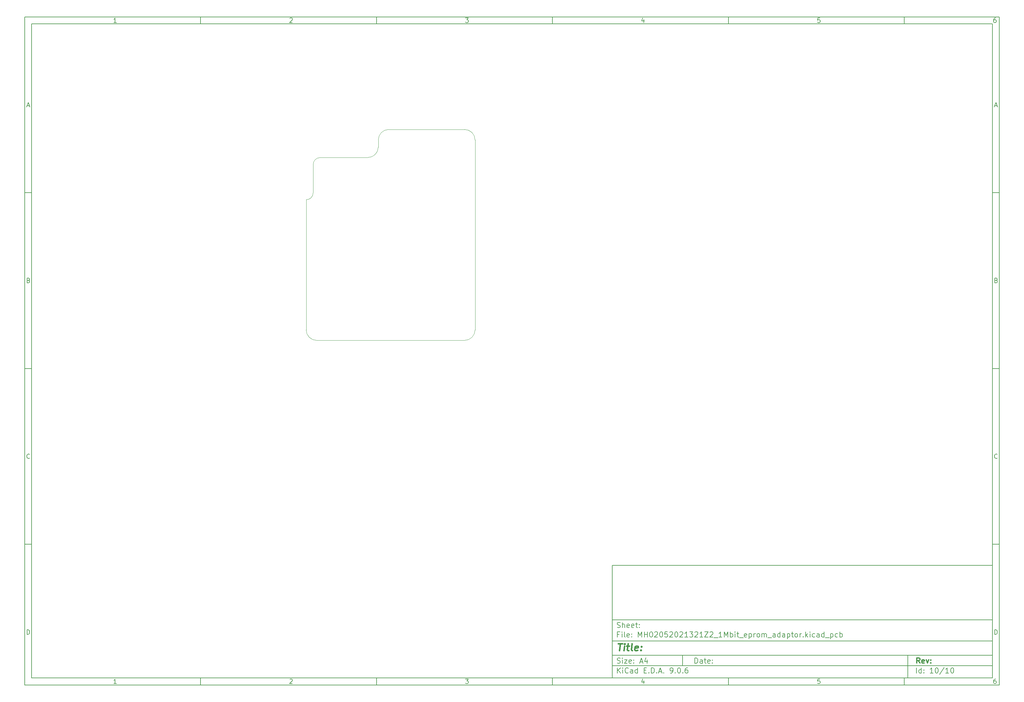
<source format=gbr>
%TF.GenerationSoftware,KiCad,Pcbnew,9.0.6*%
%TF.CreationDate,2026-01-11T11:31:53+09:00*%
%TF.ProjectId,MH02052021321Z2_1Mbit_eprom_adaptor,4d483032-3035-4323-9032-313332315a32,rev?*%
%TF.SameCoordinates,Original*%
%TF.FileFunction,Profile,NP*%
%FSLAX46Y46*%
G04 Gerber Fmt 4.6, Leading zero omitted, Abs format (unit mm)*
G04 Created by KiCad (PCBNEW 9.0.6) date 2026-01-11 11:31:53*
%MOMM*%
%LPD*%
G01*
G04 APERTURE LIST*
%ADD10C,0.100000*%
%ADD11C,0.150000*%
%ADD12C,0.300000*%
%ADD13C,0.400000*%
%TA.AperFunction,Profile*%
%ADD14C,0.050000*%
%TD*%
G04 APERTURE END LIST*
D10*
D11*
X177002200Y-166007200D02*
X285002200Y-166007200D01*
X285002200Y-198007200D01*
X177002200Y-198007200D01*
X177002200Y-166007200D01*
D10*
D11*
X10000000Y-10000000D02*
X287002200Y-10000000D01*
X287002200Y-200007200D01*
X10000000Y-200007200D01*
X10000000Y-10000000D01*
D10*
D11*
X12000000Y-12000000D02*
X285002200Y-12000000D01*
X285002200Y-198007200D01*
X12000000Y-198007200D01*
X12000000Y-12000000D01*
D10*
D11*
X60000000Y-12000000D02*
X60000000Y-10000000D01*
D10*
D11*
X110000000Y-12000000D02*
X110000000Y-10000000D01*
D10*
D11*
X160000000Y-12000000D02*
X160000000Y-10000000D01*
D10*
D11*
X210000000Y-12000000D02*
X210000000Y-10000000D01*
D10*
D11*
X260000000Y-12000000D02*
X260000000Y-10000000D01*
D10*
D11*
X36089160Y-11593604D02*
X35346303Y-11593604D01*
X35717731Y-11593604D02*
X35717731Y-10293604D01*
X35717731Y-10293604D02*
X35593922Y-10479319D01*
X35593922Y-10479319D02*
X35470112Y-10603128D01*
X35470112Y-10603128D02*
X35346303Y-10665033D01*
D10*
D11*
X85346303Y-10417414D02*
X85408207Y-10355509D01*
X85408207Y-10355509D02*
X85532017Y-10293604D01*
X85532017Y-10293604D02*
X85841541Y-10293604D01*
X85841541Y-10293604D02*
X85965350Y-10355509D01*
X85965350Y-10355509D02*
X86027255Y-10417414D01*
X86027255Y-10417414D02*
X86089160Y-10541223D01*
X86089160Y-10541223D02*
X86089160Y-10665033D01*
X86089160Y-10665033D02*
X86027255Y-10850747D01*
X86027255Y-10850747D02*
X85284398Y-11593604D01*
X85284398Y-11593604D02*
X86089160Y-11593604D01*
D10*
D11*
X135284398Y-10293604D02*
X136089160Y-10293604D01*
X136089160Y-10293604D02*
X135655826Y-10788842D01*
X135655826Y-10788842D02*
X135841541Y-10788842D01*
X135841541Y-10788842D02*
X135965350Y-10850747D01*
X135965350Y-10850747D02*
X136027255Y-10912652D01*
X136027255Y-10912652D02*
X136089160Y-11036461D01*
X136089160Y-11036461D02*
X136089160Y-11345985D01*
X136089160Y-11345985D02*
X136027255Y-11469795D01*
X136027255Y-11469795D02*
X135965350Y-11531700D01*
X135965350Y-11531700D02*
X135841541Y-11593604D01*
X135841541Y-11593604D02*
X135470112Y-11593604D01*
X135470112Y-11593604D02*
X135346303Y-11531700D01*
X135346303Y-11531700D02*
X135284398Y-11469795D01*
D10*
D11*
X185965350Y-10726938D02*
X185965350Y-11593604D01*
X185655826Y-10231700D02*
X185346303Y-11160271D01*
X185346303Y-11160271D02*
X186151064Y-11160271D01*
D10*
D11*
X236027255Y-10293604D02*
X235408207Y-10293604D01*
X235408207Y-10293604D02*
X235346303Y-10912652D01*
X235346303Y-10912652D02*
X235408207Y-10850747D01*
X235408207Y-10850747D02*
X235532017Y-10788842D01*
X235532017Y-10788842D02*
X235841541Y-10788842D01*
X235841541Y-10788842D02*
X235965350Y-10850747D01*
X235965350Y-10850747D02*
X236027255Y-10912652D01*
X236027255Y-10912652D02*
X236089160Y-11036461D01*
X236089160Y-11036461D02*
X236089160Y-11345985D01*
X236089160Y-11345985D02*
X236027255Y-11469795D01*
X236027255Y-11469795D02*
X235965350Y-11531700D01*
X235965350Y-11531700D02*
X235841541Y-11593604D01*
X235841541Y-11593604D02*
X235532017Y-11593604D01*
X235532017Y-11593604D02*
X235408207Y-11531700D01*
X235408207Y-11531700D02*
X235346303Y-11469795D01*
D10*
D11*
X285965350Y-10293604D02*
X285717731Y-10293604D01*
X285717731Y-10293604D02*
X285593922Y-10355509D01*
X285593922Y-10355509D02*
X285532017Y-10417414D01*
X285532017Y-10417414D02*
X285408207Y-10603128D01*
X285408207Y-10603128D02*
X285346303Y-10850747D01*
X285346303Y-10850747D02*
X285346303Y-11345985D01*
X285346303Y-11345985D02*
X285408207Y-11469795D01*
X285408207Y-11469795D02*
X285470112Y-11531700D01*
X285470112Y-11531700D02*
X285593922Y-11593604D01*
X285593922Y-11593604D02*
X285841541Y-11593604D01*
X285841541Y-11593604D02*
X285965350Y-11531700D01*
X285965350Y-11531700D02*
X286027255Y-11469795D01*
X286027255Y-11469795D02*
X286089160Y-11345985D01*
X286089160Y-11345985D02*
X286089160Y-11036461D01*
X286089160Y-11036461D02*
X286027255Y-10912652D01*
X286027255Y-10912652D02*
X285965350Y-10850747D01*
X285965350Y-10850747D02*
X285841541Y-10788842D01*
X285841541Y-10788842D02*
X285593922Y-10788842D01*
X285593922Y-10788842D02*
X285470112Y-10850747D01*
X285470112Y-10850747D02*
X285408207Y-10912652D01*
X285408207Y-10912652D02*
X285346303Y-11036461D01*
D10*
D11*
X60000000Y-198007200D02*
X60000000Y-200007200D01*
D10*
D11*
X110000000Y-198007200D02*
X110000000Y-200007200D01*
D10*
D11*
X160000000Y-198007200D02*
X160000000Y-200007200D01*
D10*
D11*
X210000000Y-198007200D02*
X210000000Y-200007200D01*
D10*
D11*
X260000000Y-198007200D02*
X260000000Y-200007200D01*
D10*
D11*
X36089160Y-199600804D02*
X35346303Y-199600804D01*
X35717731Y-199600804D02*
X35717731Y-198300804D01*
X35717731Y-198300804D02*
X35593922Y-198486519D01*
X35593922Y-198486519D02*
X35470112Y-198610328D01*
X35470112Y-198610328D02*
X35346303Y-198672233D01*
D10*
D11*
X85346303Y-198424614D02*
X85408207Y-198362709D01*
X85408207Y-198362709D02*
X85532017Y-198300804D01*
X85532017Y-198300804D02*
X85841541Y-198300804D01*
X85841541Y-198300804D02*
X85965350Y-198362709D01*
X85965350Y-198362709D02*
X86027255Y-198424614D01*
X86027255Y-198424614D02*
X86089160Y-198548423D01*
X86089160Y-198548423D02*
X86089160Y-198672233D01*
X86089160Y-198672233D02*
X86027255Y-198857947D01*
X86027255Y-198857947D02*
X85284398Y-199600804D01*
X85284398Y-199600804D02*
X86089160Y-199600804D01*
D10*
D11*
X135284398Y-198300804D02*
X136089160Y-198300804D01*
X136089160Y-198300804D02*
X135655826Y-198796042D01*
X135655826Y-198796042D02*
X135841541Y-198796042D01*
X135841541Y-198796042D02*
X135965350Y-198857947D01*
X135965350Y-198857947D02*
X136027255Y-198919852D01*
X136027255Y-198919852D02*
X136089160Y-199043661D01*
X136089160Y-199043661D02*
X136089160Y-199353185D01*
X136089160Y-199353185D02*
X136027255Y-199476995D01*
X136027255Y-199476995D02*
X135965350Y-199538900D01*
X135965350Y-199538900D02*
X135841541Y-199600804D01*
X135841541Y-199600804D02*
X135470112Y-199600804D01*
X135470112Y-199600804D02*
X135346303Y-199538900D01*
X135346303Y-199538900D02*
X135284398Y-199476995D01*
D10*
D11*
X185965350Y-198734138D02*
X185965350Y-199600804D01*
X185655826Y-198238900D02*
X185346303Y-199167471D01*
X185346303Y-199167471D02*
X186151064Y-199167471D01*
D10*
D11*
X236027255Y-198300804D02*
X235408207Y-198300804D01*
X235408207Y-198300804D02*
X235346303Y-198919852D01*
X235346303Y-198919852D02*
X235408207Y-198857947D01*
X235408207Y-198857947D02*
X235532017Y-198796042D01*
X235532017Y-198796042D02*
X235841541Y-198796042D01*
X235841541Y-198796042D02*
X235965350Y-198857947D01*
X235965350Y-198857947D02*
X236027255Y-198919852D01*
X236027255Y-198919852D02*
X236089160Y-199043661D01*
X236089160Y-199043661D02*
X236089160Y-199353185D01*
X236089160Y-199353185D02*
X236027255Y-199476995D01*
X236027255Y-199476995D02*
X235965350Y-199538900D01*
X235965350Y-199538900D02*
X235841541Y-199600804D01*
X235841541Y-199600804D02*
X235532017Y-199600804D01*
X235532017Y-199600804D02*
X235408207Y-199538900D01*
X235408207Y-199538900D02*
X235346303Y-199476995D01*
D10*
D11*
X285965350Y-198300804D02*
X285717731Y-198300804D01*
X285717731Y-198300804D02*
X285593922Y-198362709D01*
X285593922Y-198362709D02*
X285532017Y-198424614D01*
X285532017Y-198424614D02*
X285408207Y-198610328D01*
X285408207Y-198610328D02*
X285346303Y-198857947D01*
X285346303Y-198857947D02*
X285346303Y-199353185D01*
X285346303Y-199353185D02*
X285408207Y-199476995D01*
X285408207Y-199476995D02*
X285470112Y-199538900D01*
X285470112Y-199538900D02*
X285593922Y-199600804D01*
X285593922Y-199600804D02*
X285841541Y-199600804D01*
X285841541Y-199600804D02*
X285965350Y-199538900D01*
X285965350Y-199538900D02*
X286027255Y-199476995D01*
X286027255Y-199476995D02*
X286089160Y-199353185D01*
X286089160Y-199353185D02*
X286089160Y-199043661D01*
X286089160Y-199043661D02*
X286027255Y-198919852D01*
X286027255Y-198919852D02*
X285965350Y-198857947D01*
X285965350Y-198857947D02*
X285841541Y-198796042D01*
X285841541Y-198796042D02*
X285593922Y-198796042D01*
X285593922Y-198796042D02*
X285470112Y-198857947D01*
X285470112Y-198857947D02*
X285408207Y-198919852D01*
X285408207Y-198919852D02*
X285346303Y-199043661D01*
D10*
D11*
X10000000Y-60000000D02*
X12000000Y-60000000D01*
D10*
D11*
X10000000Y-110000000D02*
X12000000Y-110000000D01*
D10*
D11*
X10000000Y-160000000D02*
X12000000Y-160000000D01*
D10*
D11*
X10690476Y-35222176D02*
X11309523Y-35222176D01*
X10566666Y-35593604D02*
X10999999Y-34293604D01*
X10999999Y-34293604D02*
X11433333Y-35593604D01*
D10*
D11*
X11092857Y-84912652D02*
X11278571Y-84974557D01*
X11278571Y-84974557D02*
X11340476Y-85036461D01*
X11340476Y-85036461D02*
X11402380Y-85160271D01*
X11402380Y-85160271D02*
X11402380Y-85345985D01*
X11402380Y-85345985D02*
X11340476Y-85469795D01*
X11340476Y-85469795D02*
X11278571Y-85531700D01*
X11278571Y-85531700D02*
X11154761Y-85593604D01*
X11154761Y-85593604D02*
X10659523Y-85593604D01*
X10659523Y-85593604D02*
X10659523Y-84293604D01*
X10659523Y-84293604D02*
X11092857Y-84293604D01*
X11092857Y-84293604D02*
X11216666Y-84355509D01*
X11216666Y-84355509D02*
X11278571Y-84417414D01*
X11278571Y-84417414D02*
X11340476Y-84541223D01*
X11340476Y-84541223D02*
X11340476Y-84665033D01*
X11340476Y-84665033D02*
X11278571Y-84788842D01*
X11278571Y-84788842D02*
X11216666Y-84850747D01*
X11216666Y-84850747D02*
X11092857Y-84912652D01*
X11092857Y-84912652D02*
X10659523Y-84912652D01*
D10*
D11*
X11402380Y-135469795D02*
X11340476Y-135531700D01*
X11340476Y-135531700D02*
X11154761Y-135593604D01*
X11154761Y-135593604D02*
X11030952Y-135593604D01*
X11030952Y-135593604D02*
X10845238Y-135531700D01*
X10845238Y-135531700D02*
X10721428Y-135407890D01*
X10721428Y-135407890D02*
X10659523Y-135284080D01*
X10659523Y-135284080D02*
X10597619Y-135036461D01*
X10597619Y-135036461D02*
X10597619Y-134850747D01*
X10597619Y-134850747D02*
X10659523Y-134603128D01*
X10659523Y-134603128D02*
X10721428Y-134479319D01*
X10721428Y-134479319D02*
X10845238Y-134355509D01*
X10845238Y-134355509D02*
X11030952Y-134293604D01*
X11030952Y-134293604D02*
X11154761Y-134293604D01*
X11154761Y-134293604D02*
X11340476Y-134355509D01*
X11340476Y-134355509D02*
X11402380Y-134417414D01*
D10*
D11*
X10659523Y-185593604D02*
X10659523Y-184293604D01*
X10659523Y-184293604D02*
X10969047Y-184293604D01*
X10969047Y-184293604D02*
X11154761Y-184355509D01*
X11154761Y-184355509D02*
X11278571Y-184479319D01*
X11278571Y-184479319D02*
X11340476Y-184603128D01*
X11340476Y-184603128D02*
X11402380Y-184850747D01*
X11402380Y-184850747D02*
X11402380Y-185036461D01*
X11402380Y-185036461D02*
X11340476Y-185284080D01*
X11340476Y-185284080D02*
X11278571Y-185407890D01*
X11278571Y-185407890D02*
X11154761Y-185531700D01*
X11154761Y-185531700D02*
X10969047Y-185593604D01*
X10969047Y-185593604D02*
X10659523Y-185593604D01*
D10*
D11*
X287002200Y-60000000D02*
X285002200Y-60000000D01*
D10*
D11*
X287002200Y-110000000D02*
X285002200Y-110000000D01*
D10*
D11*
X287002200Y-160000000D02*
X285002200Y-160000000D01*
D10*
D11*
X285692676Y-35222176D02*
X286311723Y-35222176D01*
X285568866Y-35593604D02*
X286002199Y-34293604D01*
X286002199Y-34293604D02*
X286435533Y-35593604D01*
D10*
D11*
X286095057Y-84912652D02*
X286280771Y-84974557D01*
X286280771Y-84974557D02*
X286342676Y-85036461D01*
X286342676Y-85036461D02*
X286404580Y-85160271D01*
X286404580Y-85160271D02*
X286404580Y-85345985D01*
X286404580Y-85345985D02*
X286342676Y-85469795D01*
X286342676Y-85469795D02*
X286280771Y-85531700D01*
X286280771Y-85531700D02*
X286156961Y-85593604D01*
X286156961Y-85593604D02*
X285661723Y-85593604D01*
X285661723Y-85593604D02*
X285661723Y-84293604D01*
X285661723Y-84293604D02*
X286095057Y-84293604D01*
X286095057Y-84293604D02*
X286218866Y-84355509D01*
X286218866Y-84355509D02*
X286280771Y-84417414D01*
X286280771Y-84417414D02*
X286342676Y-84541223D01*
X286342676Y-84541223D02*
X286342676Y-84665033D01*
X286342676Y-84665033D02*
X286280771Y-84788842D01*
X286280771Y-84788842D02*
X286218866Y-84850747D01*
X286218866Y-84850747D02*
X286095057Y-84912652D01*
X286095057Y-84912652D02*
X285661723Y-84912652D01*
D10*
D11*
X286404580Y-135469795D02*
X286342676Y-135531700D01*
X286342676Y-135531700D02*
X286156961Y-135593604D01*
X286156961Y-135593604D02*
X286033152Y-135593604D01*
X286033152Y-135593604D02*
X285847438Y-135531700D01*
X285847438Y-135531700D02*
X285723628Y-135407890D01*
X285723628Y-135407890D02*
X285661723Y-135284080D01*
X285661723Y-135284080D02*
X285599819Y-135036461D01*
X285599819Y-135036461D02*
X285599819Y-134850747D01*
X285599819Y-134850747D02*
X285661723Y-134603128D01*
X285661723Y-134603128D02*
X285723628Y-134479319D01*
X285723628Y-134479319D02*
X285847438Y-134355509D01*
X285847438Y-134355509D02*
X286033152Y-134293604D01*
X286033152Y-134293604D02*
X286156961Y-134293604D01*
X286156961Y-134293604D02*
X286342676Y-134355509D01*
X286342676Y-134355509D02*
X286404580Y-134417414D01*
D10*
D11*
X285661723Y-185593604D02*
X285661723Y-184293604D01*
X285661723Y-184293604D02*
X285971247Y-184293604D01*
X285971247Y-184293604D02*
X286156961Y-184355509D01*
X286156961Y-184355509D02*
X286280771Y-184479319D01*
X286280771Y-184479319D02*
X286342676Y-184603128D01*
X286342676Y-184603128D02*
X286404580Y-184850747D01*
X286404580Y-184850747D02*
X286404580Y-185036461D01*
X286404580Y-185036461D02*
X286342676Y-185284080D01*
X286342676Y-185284080D02*
X286280771Y-185407890D01*
X286280771Y-185407890D02*
X286156961Y-185531700D01*
X286156961Y-185531700D02*
X285971247Y-185593604D01*
X285971247Y-185593604D02*
X285661723Y-185593604D01*
D10*
D11*
X200458026Y-193793328D02*
X200458026Y-192293328D01*
X200458026Y-192293328D02*
X200815169Y-192293328D01*
X200815169Y-192293328D02*
X201029455Y-192364757D01*
X201029455Y-192364757D02*
X201172312Y-192507614D01*
X201172312Y-192507614D02*
X201243741Y-192650471D01*
X201243741Y-192650471D02*
X201315169Y-192936185D01*
X201315169Y-192936185D02*
X201315169Y-193150471D01*
X201315169Y-193150471D02*
X201243741Y-193436185D01*
X201243741Y-193436185D02*
X201172312Y-193579042D01*
X201172312Y-193579042D02*
X201029455Y-193721900D01*
X201029455Y-193721900D02*
X200815169Y-193793328D01*
X200815169Y-193793328D02*
X200458026Y-193793328D01*
X202600884Y-193793328D02*
X202600884Y-193007614D01*
X202600884Y-193007614D02*
X202529455Y-192864757D01*
X202529455Y-192864757D02*
X202386598Y-192793328D01*
X202386598Y-192793328D02*
X202100884Y-192793328D01*
X202100884Y-192793328D02*
X201958026Y-192864757D01*
X202600884Y-193721900D02*
X202458026Y-193793328D01*
X202458026Y-193793328D02*
X202100884Y-193793328D01*
X202100884Y-193793328D02*
X201958026Y-193721900D01*
X201958026Y-193721900D02*
X201886598Y-193579042D01*
X201886598Y-193579042D02*
X201886598Y-193436185D01*
X201886598Y-193436185D02*
X201958026Y-193293328D01*
X201958026Y-193293328D02*
X202100884Y-193221900D01*
X202100884Y-193221900D02*
X202458026Y-193221900D01*
X202458026Y-193221900D02*
X202600884Y-193150471D01*
X203100884Y-192793328D02*
X203672312Y-192793328D01*
X203315169Y-192293328D02*
X203315169Y-193579042D01*
X203315169Y-193579042D02*
X203386598Y-193721900D01*
X203386598Y-193721900D02*
X203529455Y-193793328D01*
X203529455Y-193793328D02*
X203672312Y-193793328D01*
X204743741Y-193721900D02*
X204600884Y-193793328D01*
X204600884Y-193793328D02*
X204315170Y-193793328D01*
X204315170Y-193793328D02*
X204172312Y-193721900D01*
X204172312Y-193721900D02*
X204100884Y-193579042D01*
X204100884Y-193579042D02*
X204100884Y-193007614D01*
X204100884Y-193007614D02*
X204172312Y-192864757D01*
X204172312Y-192864757D02*
X204315170Y-192793328D01*
X204315170Y-192793328D02*
X204600884Y-192793328D01*
X204600884Y-192793328D02*
X204743741Y-192864757D01*
X204743741Y-192864757D02*
X204815170Y-193007614D01*
X204815170Y-193007614D02*
X204815170Y-193150471D01*
X204815170Y-193150471D02*
X204100884Y-193293328D01*
X205458026Y-193650471D02*
X205529455Y-193721900D01*
X205529455Y-193721900D02*
X205458026Y-193793328D01*
X205458026Y-193793328D02*
X205386598Y-193721900D01*
X205386598Y-193721900D02*
X205458026Y-193650471D01*
X205458026Y-193650471D02*
X205458026Y-193793328D01*
X205458026Y-192864757D02*
X205529455Y-192936185D01*
X205529455Y-192936185D02*
X205458026Y-193007614D01*
X205458026Y-193007614D02*
X205386598Y-192936185D01*
X205386598Y-192936185D02*
X205458026Y-192864757D01*
X205458026Y-192864757D02*
X205458026Y-193007614D01*
D10*
D11*
X177002200Y-194507200D02*
X285002200Y-194507200D01*
D10*
D11*
X178458026Y-196593328D02*
X178458026Y-195093328D01*
X179315169Y-196593328D02*
X178672312Y-195736185D01*
X179315169Y-195093328D02*
X178458026Y-195950471D01*
X179958026Y-196593328D02*
X179958026Y-195593328D01*
X179958026Y-195093328D02*
X179886598Y-195164757D01*
X179886598Y-195164757D02*
X179958026Y-195236185D01*
X179958026Y-195236185D02*
X180029455Y-195164757D01*
X180029455Y-195164757D02*
X179958026Y-195093328D01*
X179958026Y-195093328D02*
X179958026Y-195236185D01*
X181529455Y-196450471D02*
X181458027Y-196521900D01*
X181458027Y-196521900D02*
X181243741Y-196593328D01*
X181243741Y-196593328D02*
X181100884Y-196593328D01*
X181100884Y-196593328D02*
X180886598Y-196521900D01*
X180886598Y-196521900D02*
X180743741Y-196379042D01*
X180743741Y-196379042D02*
X180672312Y-196236185D01*
X180672312Y-196236185D02*
X180600884Y-195950471D01*
X180600884Y-195950471D02*
X180600884Y-195736185D01*
X180600884Y-195736185D02*
X180672312Y-195450471D01*
X180672312Y-195450471D02*
X180743741Y-195307614D01*
X180743741Y-195307614D02*
X180886598Y-195164757D01*
X180886598Y-195164757D02*
X181100884Y-195093328D01*
X181100884Y-195093328D02*
X181243741Y-195093328D01*
X181243741Y-195093328D02*
X181458027Y-195164757D01*
X181458027Y-195164757D02*
X181529455Y-195236185D01*
X182815170Y-196593328D02*
X182815170Y-195807614D01*
X182815170Y-195807614D02*
X182743741Y-195664757D01*
X182743741Y-195664757D02*
X182600884Y-195593328D01*
X182600884Y-195593328D02*
X182315170Y-195593328D01*
X182315170Y-195593328D02*
X182172312Y-195664757D01*
X182815170Y-196521900D02*
X182672312Y-196593328D01*
X182672312Y-196593328D02*
X182315170Y-196593328D01*
X182315170Y-196593328D02*
X182172312Y-196521900D01*
X182172312Y-196521900D02*
X182100884Y-196379042D01*
X182100884Y-196379042D02*
X182100884Y-196236185D01*
X182100884Y-196236185D02*
X182172312Y-196093328D01*
X182172312Y-196093328D02*
X182315170Y-196021900D01*
X182315170Y-196021900D02*
X182672312Y-196021900D01*
X182672312Y-196021900D02*
X182815170Y-195950471D01*
X184172313Y-196593328D02*
X184172313Y-195093328D01*
X184172313Y-196521900D02*
X184029455Y-196593328D01*
X184029455Y-196593328D02*
X183743741Y-196593328D01*
X183743741Y-196593328D02*
X183600884Y-196521900D01*
X183600884Y-196521900D02*
X183529455Y-196450471D01*
X183529455Y-196450471D02*
X183458027Y-196307614D01*
X183458027Y-196307614D02*
X183458027Y-195879042D01*
X183458027Y-195879042D02*
X183529455Y-195736185D01*
X183529455Y-195736185D02*
X183600884Y-195664757D01*
X183600884Y-195664757D02*
X183743741Y-195593328D01*
X183743741Y-195593328D02*
X184029455Y-195593328D01*
X184029455Y-195593328D02*
X184172313Y-195664757D01*
X186029455Y-195807614D02*
X186529455Y-195807614D01*
X186743741Y-196593328D02*
X186029455Y-196593328D01*
X186029455Y-196593328D02*
X186029455Y-195093328D01*
X186029455Y-195093328D02*
X186743741Y-195093328D01*
X187386598Y-196450471D02*
X187458027Y-196521900D01*
X187458027Y-196521900D02*
X187386598Y-196593328D01*
X187386598Y-196593328D02*
X187315170Y-196521900D01*
X187315170Y-196521900D02*
X187386598Y-196450471D01*
X187386598Y-196450471D02*
X187386598Y-196593328D01*
X188100884Y-196593328D02*
X188100884Y-195093328D01*
X188100884Y-195093328D02*
X188458027Y-195093328D01*
X188458027Y-195093328D02*
X188672313Y-195164757D01*
X188672313Y-195164757D02*
X188815170Y-195307614D01*
X188815170Y-195307614D02*
X188886599Y-195450471D01*
X188886599Y-195450471D02*
X188958027Y-195736185D01*
X188958027Y-195736185D02*
X188958027Y-195950471D01*
X188958027Y-195950471D02*
X188886599Y-196236185D01*
X188886599Y-196236185D02*
X188815170Y-196379042D01*
X188815170Y-196379042D02*
X188672313Y-196521900D01*
X188672313Y-196521900D02*
X188458027Y-196593328D01*
X188458027Y-196593328D02*
X188100884Y-196593328D01*
X189600884Y-196450471D02*
X189672313Y-196521900D01*
X189672313Y-196521900D02*
X189600884Y-196593328D01*
X189600884Y-196593328D02*
X189529456Y-196521900D01*
X189529456Y-196521900D02*
X189600884Y-196450471D01*
X189600884Y-196450471D02*
X189600884Y-196593328D01*
X190243742Y-196164757D02*
X190958028Y-196164757D01*
X190100885Y-196593328D02*
X190600885Y-195093328D01*
X190600885Y-195093328D02*
X191100885Y-196593328D01*
X191600884Y-196450471D02*
X191672313Y-196521900D01*
X191672313Y-196521900D02*
X191600884Y-196593328D01*
X191600884Y-196593328D02*
X191529456Y-196521900D01*
X191529456Y-196521900D02*
X191600884Y-196450471D01*
X191600884Y-196450471D02*
X191600884Y-196593328D01*
X193529456Y-196593328D02*
X193815170Y-196593328D01*
X193815170Y-196593328D02*
X193958027Y-196521900D01*
X193958027Y-196521900D02*
X194029456Y-196450471D01*
X194029456Y-196450471D02*
X194172313Y-196236185D01*
X194172313Y-196236185D02*
X194243742Y-195950471D01*
X194243742Y-195950471D02*
X194243742Y-195379042D01*
X194243742Y-195379042D02*
X194172313Y-195236185D01*
X194172313Y-195236185D02*
X194100885Y-195164757D01*
X194100885Y-195164757D02*
X193958027Y-195093328D01*
X193958027Y-195093328D02*
X193672313Y-195093328D01*
X193672313Y-195093328D02*
X193529456Y-195164757D01*
X193529456Y-195164757D02*
X193458027Y-195236185D01*
X193458027Y-195236185D02*
X193386599Y-195379042D01*
X193386599Y-195379042D02*
X193386599Y-195736185D01*
X193386599Y-195736185D02*
X193458027Y-195879042D01*
X193458027Y-195879042D02*
X193529456Y-195950471D01*
X193529456Y-195950471D02*
X193672313Y-196021900D01*
X193672313Y-196021900D02*
X193958027Y-196021900D01*
X193958027Y-196021900D02*
X194100885Y-195950471D01*
X194100885Y-195950471D02*
X194172313Y-195879042D01*
X194172313Y-195879042D02*
X194243742Y-195736185D01*
X194886598Y-196450471D02*
X194958027Y-196521900D01*
X194958027Y-196521900D02*
X194886598Y-196593328D01*
X194886598Y-196593328D02*
X194815170Y-196521900D01*
X194815170Y-196521900D02*
X194886598Y-196450471D01*
X194886598Y-196450471D02*
X194886598Y-196593328D01*
X195886599Y-195093328D02*
X196029456Y-195093328D01*
X196029456Y-195093328D02*
X196172313Y-195164757D01*
X196172313Y-195164757D02*
X196243742Y-195236185D01*
X196243742Y-195236185D02*
X196315170Y-195379042D01*
X196315170Y-195379042D02*
X196386599Y-195664757D01*
X196386599Y-195664757D02*
X196386599Y-196021900D01*
X196386599Y-196021900D02*
X196315170Y-196307614D01*
X196315170Y-196307614D02*
X196243742Y-196450471D01*
X196243742Y-196450471D02*
X196172313Y-196521900D01*
X196172313Y-196521900D02*
X196029456Y-196593328D01*
X196029456Y-196593328D02*
X195886599Y-196593328D01*
X195886599Y-196593328D02*
X195743742Y-196521900D01*
X195743742Y-196521900D02*
X195672313Y-196450471D01*
X195672313Y-196450471D02*
X195600884Y-196307614D01*
X195600884Y-196307614D02*
X195529456Y-196021900D01*
X195529456Y-196021900D02*
X195529456Y-195664757D01*
X195529456Y-195664757D02*
X195600884Y-195379042D01*
X195600884Y-195379042D02*
X195672313Y-195236185D01*
X195672313Y-195236185D02*
X195743742Y-195164757D01*
X195743742Y-195164757D02*
X195886599Y-195093328D01*
X197029455Y-196450471D02*
X197100884Y-196521900D01*
X197100884Y-196521900D02*
X197029455Y-196593328D01*
X197029455Y-196593328D02*
X196958027Y-196521900D01*
X196958027Y-196521900D02*
X197029455Y-196450471D01*
X197029455Y-196450471D02*
X197029455Y-196593328D01*
X198386599Y-195093328D02*
X198100884Y-195093328D01*
X198100884Y-195093328D02*
X197958027Y-195164757D01*
X197958027Y-195164757D02*
X197886599Y-195236185D01*
X197886599Y-195236185D02*
X197743741Y-195450471D01*
X197743741Y-195450471D02*
X197672313Y-195736185D01*
X197672313Y-195736185D02*
X197672313Y-196307614D01*
X197672313Y-196307614D02*
X197743741Y-196450471D01*
X197743741Y-196450471D02*
X197815170Y-196521900D01*
X197815170Y-196521900D02*
X197958027Y-196593328D01*
X197958027Y-196593328D02*
X198243741Y-196593328D01*
X198243741Y-196593328D02*
X198386599Y-196521900D01*
X198386599Y-196521900D02*
X198458027Y-196450471D01*
X198458027Y-196450471D02*
X198529456Y-196307614D01*
X198529456Y-196307614D02*
X198529456Y-195950471D01*
X198529456Y-195950471D02*
X198458027Y-195807614D01*
X198458027Y-195807614D02*
X198386599Y-195736185D01*
X198386599Y-195736185D02*
X198243741Y-195664757D01*
X198243741Y-195664757D02*
X197958027Y-195664757D01*
X197958027Y-195664757D02*
X197815170Y-195736185D01*
X197815170Y-195736185D02*
X197743741Y-195807614D01*
X197743741Y-195807614D02*
X197672313Y-195950471D01*
D10*
D11*
X177002200Y-191507200D02*
X285002200Y-191507200D01*
D10*
D12*
X264413853Y-193785528D02*
X263913853Y-193071242D01*
X263556710Y-193785528D02*
X263556710Y-192285528D01*
X263556710Y-192285528D02*
X264128139Y-192285528D01*
X264128139Y-192285528D02*
X264270996Y-192356957D01*
X264270996Y-192356957D02*
X264342425Y-192428385D01*
X264342425Y-192428385D02*
X264413853Y-192571242D01*
X264413853Y-192571242D02*
X264413853Y-192785528D01*
X264413853Y-192785528D02*
X264342425Y-192928385D01*
X264342425Y-192928385D02*
X264270996Y-192999814D01*
X264270996Y-192999814D02*
X264128139Y-193071242D01*
X264128139Y-193071242D02*
X263556710Y-193071242D01*
X265628139Y-193714100D02*
X265485282Y-193785528D01*
X265485282Y-193785528D02*
X265199568Y-193785528D01*
X265199568Y-193785528D02*
X265056710Y-193714100D01*
X265056710Y-193714100D02*
X264985282Y-193571242D01*
X264985282Y-193571242D02*
X264985282Y-192999814D01*
X264985282Y-192999814D02*
X265056710Y-192856957D01*
X265056710Y-192856957D02*
X265199568Y-192785528D01*
X265199568Y-192785528D02*
X265485282Y-192785528D01*
X265485282Y-192785528D02*
X265628139Y-192856957D01*
X265628139Y-192856957D02*
X265699568Y-192999814D01*
X265699568Y-192999814D02*
X265699568Y-193142671D01*
X265699568Y-193142671D02*
X264985282Y-193285528D01*
X266199567Y-192785528D02*
X266556710Y-193785528D01*
X266556710Y-193785528D02*
X266913853Y-192785528D01*
X267485281Y-193642671D02*
X267556710Y-193714100D01*
X267556710Y-193714100D02*
X267485281Y-193785528D01*
X267485281Y-193785528D02*
X267413853Y-193714100D01*
X267413853Y-193714100D02*
X267485281Y-193642671D01*
X267485281Y-193642671D02*
X267485281Y-193785528D01*
X267485281Y-192856957D02*
X267556710Y-192928385D01*
X267556710Y-192928385D02*
X267485281Y-192999814D01*
X267485281Y-192999814D02*
X267413853Y-192928385D01*
X267413853Y-192928385D02*
X267485281Y-192856957D01*
X267485281Y-192856957D02*
X267485281Y-192999814D01*
D10*
D11*
X178386598Y-193721900D02*
X178600884Y-193793328D01*
X178600884Y-193793328D02*
X178958026Y-193793328D01*
X178958026Y-193793328D02*
X179100884Y-193721900D01*
X179100884Y-193721900D02*
X179172312Y-193650471D01*
X179172312Y-193650471D02*
X179243741Y-193507614D01*
X179243741Y-193507614D02*
X179243741Y-193364757D01*
X179243741Y-193364757D02*
X179172312Y-193221900D01*
X179172312Y-193221900D02*
X179100884Y-193150471D01*
X179100884Y-193150471D02*
X178958026Y-193079042D01*
X178958026Y-193079042D02*
X178672312Y-193007614D01*
X178672312Y-193007614D02*
X178529455Y-192936185D01*
X178529455Y-192936185D02*
X178458026Y-192864757D01*
X178458026Y-192864757D02*
X178386598Y-192721900D01*
X178386598Y-192721900D02*
X178386598Y-192579042D01*
X178386598Y-192579042D02*
X178458026Y-192436185D01*
X178458026Y-192436185D02*
X178529455Y-192364757D01*
X178529455Y-192364757D02*
X178672312Y-192293328D01*
X178672312Y-192293328D02*
X179029455Y-192293328D01*
X179029455Y-192293328D02*
X179243741Y-192364757D01*
X179886597Y-193793328D02*
X179886597Y-192793328D01*
X179886597Y-192293328D02*
X179815169Y-192364757D01*
X179815169Y-192364757D02*
X179886597Y-192436185D01*
X179886597Y-192436185D02*
X179958026Y-192364757D01*
X179958026Y-192364757D02*
X179886597Y-192293328D01*
X179886597Y-192293328D02*
X179886597Y-192436185D01*
X180458026Y-192793328D02*
X181243741Y-192793328D01*
X181243741Y-192793328D02*
X180458026Y-193793328D01*
X180458026Y-193793328D02*
X181243741Y-193793328D01*
X182386598Y-193721900D02*
X182243741Y-193793328D01*
X182243741Y-193793328D02*
X181958027Y-193793328D01*
X181958027Y-193793328D02*
X181815169Y-193721900D01*
X181815169Y-193721900D02*
X181743741Y-193579042D01*
X181743741Y-193579042D02*
X181743741Y-193007614D01*
X181743741Y-193007614D02*
X181815169Y-192864757D01*
X181815169Y-192864757D02*
X181958027Y-192793328D01*
X181958027Y-192793328D02*
X182243741Y-192793328D01*
X182243741Y-192793328D02*
X182386598Y-192864757D01*
X182386598Y-192864757D02*
X182458027Y-193007614D01*
X182458027Y-193007614D02*
X182458027Y-193150471D01*
X182458027Y-193150471D02*
X181743741Y-193293328D01*
X183100883Y-193650471D02*
X183172312Y-193721900D01*
X183172312Y-193721900D02*
X183100883Y-193793328D01*
X183100883Y-193793328D02*
X183029455Y-193721900D01*
X183029455Y-193721900D02*
X183100883Y-193650471D01*
X183100883Y-193650471D02*
X183100883Y-193793328D01*
X183100883Y-192864757D02*
X183172312Y-192936185D01*
X183172312Y-192936185D02*
X183100883Y-193007614D01*
X183100883Y-193007614D02*
X183029455Y-192936185D01*
X183029455Y-192936185D02*
X183100883Y-192864757D01*
X183100883Y-192864757D02*
X183100883Y-193007614D01*
X184886598Y-193364757D02*
X185600884Y-193364757D01*
X184743741Y-193793328D02*
X185243741Y-192293328D01*
X185243741Y-192293328D02*
X185743741Y-193793328D01*
X186886598Y-192793328D02*
X186886598Y-193793328D01*
X186529455Y-192221900D02*
X186172312Y-193293328D01*
X186172312Y-193293328D02*
X187100883Y-193293328D01*
D10*
D11*
X263458026Y-196593328D02*
X263458026Y-195093328D01*
X264815170Y-196593328D02*
X264815170Y-195093328D01*
X264815170Y-196521900D02*
X264672312Y-196593328D01*
X264672312Y-196593328D02*
X264386598Y-196593328D01*
X264386598Y-196593328D02*
X264243741Y-196521900D01*
X264243741Y-196521900D02*
X264172312Y-196450471D01*
X264172312Y-196450471D02*
X264100884Y-196307614D01*
X264100884Y-196307614D02*
X264100884Y-195879042D01*
X264100884Y-195879042D02*
X264172312Y-195736185D01*
X264172312Y-195736185D02*
X264243741Y-195664757D01*
X264243741Y-195664757D02*
X264386598Y-195593328D01*
X264386598Y-195593328D02*
X264672312Y-195593328D01*
X264672312Y-195593328D02*
X264815170Y-195664757D01*
X265529455Y-196450471D02*
X265600884Y-196521900D01*
X265600884Y-196521900D02*
X265529455Y-196593328D01*
X265529455Y-196593328D02*
X265458027Y-196521900D01*
X265458027Y-196521900D02*
X265529455Y-196450471D01*
X265529455Y-196450471D02*
X265529455Y-196593328D01*
X265529455Y-195664757D02*
X265600884Y-195736185D01*
X265600884Y-195736185D02*
X265529455Y-195807614D01*
X265529455Y-195807614D02*
X265458027Y-195736185D01*
X265458027Y-195736185D02*
X265529455Y-195664757D01*
X265529455Y-195664757D02*
X265529455Y-195807614D01*
X268172313Y-196593328D02*
X267315170Y-196593328D01*
X267743741Y-196593328D02*
X267743741Y-195093328D01*
X267743741Y-195093328D02*
X267600884Y-195307614D01*
X267600884Y-195307614D02*
X267458027Y-195450471D01*
X267458027Y-195450471D02*
X267315170Y-195521900D01*
X269100884Y-195093328D02*
X269243741Y-195093328D01*
X269243741Y-195093328D02*
X269386598Y-195164757D01*
X269386598Y-195164757D02*
X269458027Y-195236185D01*
X269458027Y-195236185D02*
X269529455Y-195379042D01*
X269529455Y-195379042D02*
X269600884Y-195664757D01*
X269600884Y-195664757D02*
X269600884Y-196021900D01*
X269600884Y-196021900D02*
X269529455Y-196307614D01*
X269529455Y-196307614D02*
X269458027Y-196450471D01*
X269458027Y-196450471D02*
X269386598Y-196521900D01*
X269386598Y-196521900D02*
X269243741Y-196593328D01*
X269243741Y-196593328D02*
X269100884Y-196593328D01*
X269100884Y-196593328D02*
X268958027Y-196521900D01*
X268958027Y-196521900D02*
X268886598Y-196450471D01*
X268886598Y-196450471D02*
X268815169Y-196307614D01*
X268815169Y-196307614D02*
X268743741Y-196021900D01*
X268743741Y-196021900D02*
X268743741Y-195664757D01*
X268743741Y-195664757D02*
X268815169Y-195379042D01*
X268815169Y-195379042D02*
X268886598Y-195236185D01*
X268886598Y-195236185D02*
X268958027Y-195164757D01*
X268958027Y-195164757D02*
X269100884Y-195093328D01*
X271315169Y-195021900D02*
X270029455Y-196950471D01*
X272600884Y-196593328D02*
X271743741Y-196593328D01*
X272172312Y-196593328D02*
X272172312Y-195093328D01*
X272172312Y-195093328D02*
X272029455Y-195307614D01*
X272029455Y-195307614D02*
X271886598Y-195450471D01*
X271886598Y-195450471D02*
X271743741Y-195521900D01*
X273529455Y-195093328D02*
X273672312Y-195093328D01*
X273672312Y-195093328D02*
X273815169Y-195164757D01*
X273815169Y-195164757D02*
X273886598Y-195236185D01*
X273886598Y-195236185D02*
X273958026Y-195379042D01*
X273958026Y-195379042D02*
X274029455Y-195664757D01*
X274029455Y-195664757D02*
X274029455Y-196021900D01*
X274029455Y-196021900D02*
X273958026Y-196307614D01*
X273958026Y-196307614D02*
X273886598Y-196450471D01*
X273886598Y-196450471D02*
X273815169Y-196521900D01*
X273815169Y-196521900D02*
X273672312Y-196593328D01*
X273672312Y-196593328D02*
X273529455Y-196593328D01*
X273529455Y-196593328D02*
X273386598Y-196521900D01*
X273386598Y-196521900D02*
X273315169Y-196450471D01*
X273315169Y-196450471D02*
X273243740Y-196307614D01*
X273243740Y-196307614D02*
X273172312Y-196021900D01*
X273172312Y-196021900D02*
X273172312Y-195664757D01*
X273172312Y-195664757D02*
X273243740Y-195379042D01*
X273243740Y-195379042D02*
X273315169Y-195236185D01*
X273315169Y-195236185D02*
X273386598Y-195164757D01*
X273386598Y-195164757D02*
X273529455Y-195093328D01*
D10*
D11*
X177002200Y-187507200D02*
X285002200Y-187507200D01*
D10*
D13*
X178693928Y-188211638D02*
X179836785Y-188211638D01*
X179015357Y-190211638D02*
X179265357Y-188211638D01*
X180253452Y-190211638D02*
X180420119Y-188878304D01*
X180503452Y-188211638D02*
X180396309Y-188306876D01*
X180396309Y-188306876D02*
X180479643Y-188402114D01*
X180479643Y-188402114D02*
X180586786Y-188306876D01*
X180586786Y-188306876D02*
X180503452Y-188211638D01*
X180503452Y-188211638D02*
X180479643Y-188402114D01*
X181086786Y-188878304D02*
X181848690Y-188878304D01*
X181455833Y-188211638D02*
X181241548Y-189925923D01*
X181241548Y-189925923D02*
X181312976Y-190116400D01*
X181312976Y-190116400D02*
X181491548Y-190211638D01*
X181491548Y-190211638D02*
X181682024Y-190211638D01*
X182634405Y-190211638D02*
X182455833Y-190116400D01*
X182455833Y-190116400D02*
X182384405Y-189925923D01*
X182384405Y-189925923D02*
X182598690Y-188211638D01*
X184170119Y-190116400D02*
X183967738Y-190211638D01*
X183967738Y-190211638D02*
X183586785Y-190211638D01*
X183586785Y-190211638D02*
X183408214Y-190116400D01*
X183408214Y-190116400D02*
X183336785Y-189925923D01*
X183336785Y-189925923D02*
X183432024Y-189164019D01*
X183432024Y-189164019D02*
X183551071Y-188973542D01*
X183551071Y-188973542D02*
X183753452Y-188878304D01*
X183753452Y-188878304D02*
X184134404Y-188878304D01*
X184134404Y-188878304D02*
X184312976Y-188973542D01*
X184312976Y-188973542D02*
X184384404Y-189164019D01*
X184384404Y-189164019D02*
X184360595Y-189354495D01*
X184360595Y-189354495D02*
X183384404Y-189544971D01*
X185134405Y-190021161D02*
X185217738Y-190116400D01*
X185217738Y-190116400D02*
X185110595Y-190211638D01*
X185110595Y-190211638D02*
X185027262Y-190116400D01*
X185027262Y-190116400D02*
X185134405Y-190021161D01*
X185134405Y-190021161D02*
X185110595Y-190211638D01*
X185265357Y-188973542D02*
X185348690Y-189068780D01*
X185348690Y-189068780D02*
X185241548Y-189164019D01*
X185241548Y-189164019D02*
X185158214Y-189068780D01*
X185158214Y-189068780D02*
X185265357Y-188973542D01*
X185265357Y-188973542D02*
X185241548Y-189164019D01*
D10*
D11*
X178958026Y-185607614D02*
X178458026Y-185607614D01*
X178458026Y-186393328D02*
X178458026Y-184893328D01*
X178458026Y-184893328D02*
X179172312Y-184893328D01*
X179743740Y-186393328D02*
X179743740Y-185393328D01*
X179743740Y-184893328D02*
X179672312Y-184964757D01*
X179672312Y-184964757D02*
X179743740Y-185036185D01*
X179743740Y-185036185D02*
X179815169Y-184964757D01*
X179815169Y-184964757D02*
X179743740Y-184893328D01*
X179743740Y-184893328D02*
X179743740Y-185036185D01*
X180672312Y-186393328D02*
X180529455Y-186321900D01*
X180529455Y-186321900D02*
X180458026Y-186179042D01*
X180458026Y-186179042D02*
X180458026Y-184893328D01*
X181815169Y-186321900D02*
X181672312Y-186393328D01*
X181672312Y-186393328D02*
X181386598Y-186393328D01*
X181386598Y-186393328D02*
X181243740Y-186321900D01*
X181243740Y-186321900D02*
X181172312Y-186179042D01*
X181172312Y-186179042D02*
X181172312Y-185607614D01*
X181172312Y-185607614D02*
X181243740Y-185464757D01*
X181243740Y-185464757D02*
X181386598Y-185393328D01*
X181386598Y-185393328D02*
X181672312Y-185393328D01*
X181672312Y-185393328D02*
X181815169Y-185464757D01*
X181815169Y-185464757D02*
X181886598Y-185607614D01*
X181886598Y-185607614D02*
X181886598Y-185750471D01*
X181886598Y-185750471D02*
X181172312Y-185893328D01*
X182529454Y-186250471D02*
X182600883Y-186321900D01*
X182600883Y-186321900D02*
X182529454Y-186393328D01*
X182529454Y-186393328D02*
X182458026Y-186321900D01*
X182458026Y-186321900D02*
X182529454Y-186250471D01*
X182529454Y-186250471D02*
X182529454Y-186393328D01*
X182529454Y-185464757D02*
X182600883Y-185536185D01*
X182600883Y-185536185D02*
X182529454Y-185607614D01*
X182529454Y-185607614D02*
X182458026Y-185536185D01*
X182458026Y-185536185D02*
X182529454Y-185464757D01*
X182529454Y-185464757D02*
X182529454Y-185607614D01*
X184386597Y-186393328D02*
X184386597Y-184893328D01*
X184386597Y-184893328D02*
X184886597Y-185964757D01*
X184886597Y-185964757D02*
X185386597Y-184893328D01*
X185386597Y-184893328D02*
X185386597Y-186393328D01*
X186100883Y-186393328D02*
X186100883Y-184893328D01*
X186100883Y-185607614D02*
X186958026Y-185607614D01*
X186958026Y-186393328D02*
X186958026Y-184893328D01*
X187958027Y-184893328D02*
X188100884Y-184893328D01*
X188100884Y-184893328D02*
X188243741Y-184964757D01*
X188243741Y-184964757D02*
X188315170Y-185036185D01*
X188315170Y-185036185D02*
X188386598Y-185179042D01*
X188386598Y-185179042D02*
X188458027Y-185464757D01*
X188458027Y-185464757D02*
X188458027Y-185821900D01*
X188458027Y-185821900D02*
X188386598Y-186107614D01*
X188386598Y-186107614D02*
X188315170Y-186250471D01*
X188315170Y-186250471D02*
X188243741Y-186321900D01*
X188243741Y-186321900D02*
X188100884Y-186393328D01*
X188100884Y-186393328D02*
X187958027Y-186393328D01*
X187958027Y-186393328D02*
X187815170Y-186321900D01*
X187815170Y-186321900D02*
X187743741Y-186250471D01*
X187743741Y-186250471D02*
X187672312Y-186107614D01*
X187672312Y-186107614D02*
X187600884Y-185821900D01*
X187600884Y-185821900D02*
X187600884Y-185464757D01*
X187600884Y-185464757D02*
X187672312Y-185179042D01*
X187672312Y-185179042D02*
X187743741Y-185036185D01*
X187743741Y-185036185D02*
X187815170Y-184964757D01*
X187815170Y-184964757D02*
X187958027Y-184893328D01*
X189029455Y-185036185D02*
X189100883Y-184964757D01*
X189100883Y-184964757D02*
X189243741Y-184893328D01*
X189243741Y-184893328D02*
X189600883Y-184893328D01*
X189600883Y-184893328D02*
X189743741Y-184964757D01*
X189743741Y-184964757D02*
X189815169Y-185036185D01*
X189815169Y-185036185D02*
X189886598Y-185179042D01*
X189886598Y-185179042D02*
X189886598Y-185321900D01*
X189886598Y-185321900D02*
X189815169Y-185536185D01*
X189815169Y-185536185D02*
X188958026Y-186393328D01*
X188958026Y-186393328D02*
X189886598Y-186393328D01*
X190815169Y-184893328D02*
X190958026Y-184893328D01*
X190958026Y-184893328D02*
X191100883Y-184964757D01*
X191100883Y-184964757D02*
X191172312Y-185036185D01*
X191172312Y-185036185D02*
X191243740Y-185179042D01*
X191243740Y-185179042D02*
X191315169Y-185464757D01*
X191315169Y-185464757D02*
X191315169Y-185821900D01*
X191315169Y-185821900D02*
X191243740Y-186107614D01*
X191243740Y-186107614D02*
X191172312Y-186250471D01*
X191172312Y-186250471D02*
X191100883Y-186321900D01*
X191100883Y-186321900D02*
X190958026Y-186393328D01*
X190958026Y-186393328D02*
X190815169Y-186393328D01*
X190815169Y-186393328D02*
X190672312Y-186321900D01*
X190672312Y-186321900D02*
X190600883Y-186250471D01*
X190600883Y-186250471D02*
X190529454Y-186107614D01*
X190529454Y-186107614D02*
X190458026Y-185821900D01*
X190458026Y-185821900D02*
X190458026Y-185464757D01*
X190458026Y-185464757D02*
X190529454Y-185179042D01*
X190529454Y-185179042D02*
X190600883Y-185036185D01*
X190600883Y-185036185D02*
X190672312Y-184964757D01*
X190672312Y-184964757D02*
X190815169Y-184893328D01*
X192672311Y-184893328D02*
X191958025Y-184893328D01*
X191958025Y-184893328D02*
X191886597Y-185607614D01*
X191886597Y-185607614D02*
X191958025Y-185536185D01*
X191958025Y-185536185D02*
X192100883Y-185464757D01*
X192100883Y-185464757D02*
X192458025Y-185464757D01*
X192458025Y-185464757D02*
X192600883Y-185536185D01*
X192600883Y-185536185D02*
X192672311Y-185607614D01*
X192672311Y-185607614D02*
X192743740Y-185750471D01*
X192743740Y-185750471D02*
X192743740Y-186107614D01*
X192743740Y-186107614D02*
X192672311Y-186250471D01*
X192672311Y-186250471D02*
X192600883Y-186321900D01*
X192600883Y-186321900D02*
X192458025Y-186393328D01*
X192458025Y-186393328D02*
X192100883Y-186393328D01*
X192100883Y-186393328D02*
X191958025Y-186321900D01*
X191958025Y-186321900D02*
X191886597Y-186250471D01*
X193315168Y-185036185D02*
X193386596Y-184964757D01*
X193386596Y-184964757D02*
X193529454Y-184893328D01*
X193529454Y-184893328D02*
X193886596Y-184893328D01*
X193886596Y-184893328D02*
X194029454Y-184964757D01*
X194029454Y-184964757D02*
X194100882Y-185036185D01*
X194100882Y-185036185D02*
X194172311Y-185179042D01*
X194172311Y-185179042D02*
X194172311Y-185321900D01*
X194172311Y-185321900D02*
X194100882Y-185536185D01*
X194100882Y-185536185D02*
X193243739Y-186393328D01*
X193243739Y-186393328D02*
X194172311Y-186393328D01*
X195100882Y-184893328D02*
X195243739Y-184893328D01*
X195243739Y-184893328D02*
X195386596Y-184964757D01*
X195386596Y-184964757D02*
X195458025Y-185036185D01*
X195458025Y-185036185D02*
X195529453Y-185179042D01*
X195529453Y-185179042D02*
X195600882Y-185464757D01*
X195600882Y-185464757D02*
X195600882Y-185821900D01*
X195600882Y-185821900D02*
X195529453Y-186107614D01*
X195529453Y-186107614D02*
X195458025Y-186250471D01*
X195458025Y-186250471D02*
X195386596Y-186321900D01*
X195386596Y-186321900D02*
X195243739Y-186393328D01*
X195243739Y-186393328D02*
X195100882Y-186393328D01*
X195100882Y-186393328D02*
X194958025Y-186321900D01*
X194958025Y-186321900D02*
X194886596Y-186250471D01*
X194886596Y-186250471D02*
X194815167Y-186107614D01*
X194815167Y-186107614D02*
X194743739Y-185821900D01*
X194743739Y-185821900D02*
X194743739Y-185464757D01*
X194743739Y-185464757D02*
X194815167Y-185179042D01*
X194815167Y-185179042D02*
X194886596Y-185036185D01*
X194886596Y-185036185D02*
X194958025Y-184964757D01*
X194958025Y-184964757D02*
X195100882Y-184893328D01*
X196172310Y-185036185D02*
X196243738Y-184964757D01*
X196243738Y-184964757D02*
X196386596Y-184893328D01*
X196386596Y-184893328D02*
X196743738Y-184893328D01*
X196743738Y-184893328D02*
X196886596Y-184964757D01*
X196886596Y-184964757D02*
X196958024Y-185036185D01*
X196958024Y-185036185D02*
X197029453Y-185179042D01*
X197029453Y-185179042D02*
X197029453Y-185321900D01*
X197029453Y-185321900D02*
X196958024Y-185536185D01*
X196958024Y-185536185D02*
X196100881Y-186393328D01*
X196100881Y-186393328D02*
X197029453Y-186393328D01*
X198458024Y-186393328D02*
X197600881Y-186393328D01*
X198029452Y-186393328D02*
X198029452Y-184893328D01*
X198029452Y-184893328D02*
X197886595Y-185107614D01*
X197886595Y-185107614D02*
X197743738Y-185250471D01*
X197743738Y-185250471D02*
X197600881Y-185321900D01*
X198958023Y-184893328D02*
X199886595Y-184893328D01*
X199886595Y-184893328D02*
X199386595Y-185464757D01*
X199386595Y-185464757D02*
X199600880Y-185464757D01*
X199600880Y-185464757D02*
X199743738Y-185536185D01*
X199743738Y-185536185D02*
X199815166Y-185607614D01*
X199815166Y-185607614D02*
X199886595Y-185750471D01*
X199886595Y-185750471D02*
X199886595Y-186107614D01*
X199886595Y-186107614D02*
X199815166Y-186250471D01*
X199815166Y-186250471D02*
X199743738Y-186321900D01*
X199743738Y-186321900D02*
X199600880Y-186393328D01*
X199600880Y-186393328D02*
X199172309Y-186393328D01*
X199172309Y-186393328D02*
X199029452Y-186321900D01*
X199029452Y-186321900D02*
X198958023Y-186250471D01*
X200458023Y-185036185D02*
X200529451Y-184964757D01*
X200529451Y-184964757D02*
X200672309Y-184893328D01*
X200672309Y-184893328D02*
X201029451Y-184893328D01*
X201029451Y-184893328D02*
X201172309Y-184964757D01*
X201172309Y-184964757D02*
X201243737Y-185036185D01*
X201243737Y-185036185D02*
X201315166Y-185179042D01*
X201315166Y-185179042D02*
X201315166Y-185321900D01*
X201315166Y-185321900D02*
X201243737Y-185536185D01*
X201243737Y-185536185D02*
X200386594Y-186393328D01*
X200386594Y-186393328D02*
X201315166Y-186393328D01*
X202743737Y-186393328D02*
X201886594Y-186393328D01*
X202315165Y-186393328D02*
X202315165Y-184893328D01*
X202315165Y-184893328D02*
X202172308Y-185107614D01*
X202172308Y-185107614D02*
X202029451Y-185250471D01*
X202029451Y-185250471D02*
X201886594Y-185321900D01*
X203243736Y-184893328D02*
X204243736Y-184893328D01*
X204243736Y-184893328D02*
X203243736Y-186393328D01*
X203243736Y-186393328D02*
X204243736Y-186393328D01*
X204743736Y-185036185D02*
X204815164Y-184964757D01*
X204815164Y-184964757D02*
X204958022Y-184893328D01*
X204958022Y-184893328D02*
X205315164Y-184893328D01*
X205315164Y-184893328D02*
X205458022Y-184964757D01*
X205458022Y-184964757D02*
X205529450Y-185036185D01*
X205529450Y-185036185D02*
X205600879Y-185179042D01*
X205600879Y-185179042D02*
X205600879Y-185321900D01*
X205600879Y-185321900D02*
X205529450Y-185536185D01*
X205529450Y-185536185D02*
X204672307Y-186393328D01*
X204672307Y-186393328D02*
X205600879Y-186393328D01*
X205886593Y-186536185D02*
X207029450Y-186536185D01*
X208172307Y-186393328D02*
X207315164Y-186393328D01*
X207743735Y-186393328D02*
X207743735Y-184893328D01*
X207743735Y-184893328D02*
X207600878Y-185107614D01*
X207600878Y-185107614D02*
X207458021Y-185250471D01*
X207458021Y-185250471D02*
X207315164Y-185321900D01*
X208815163Y-186393328D02*
X208815163Y-184893328D01*
X208815163Y-184893328D02*
X209315163Y-185964757D01*
X209315163Y-185964757D02*
X209815163Y-184893328D01*
X209815163Y-184893328D02*
X209815163Y-186393328D01*
X210529449Y-186393328D02*
X210529449Y-184893328D01*
X210529449Y-185464757D02*
X210672307Y-185393328D01*
X210672307Y-185393328D02*
X210958021Y-185393328D01*
X210958021Y-185393328D02*
X211100878Y-185464757D01*
X211100878Y-185464757D02*
X211172307Y-185536185D01*
X211172307Y-185536185D02*
X211243735Y-185679042D01*
X211243735Y-185679042D02*
X211243735Y-186107614D01*
X211243735Y-186107614D02*
X211172307Y-186250471D01*
X211172307Y-186250471D02*
X211100878Y-186321900D01*
X211100878Y-186321900D02*
X210958021Y-186393328D01*
X210958021Y-186393328D02*
X210672307Y-186393328D01*
X210672307Y-186393328D02*
X210529449Y-186321900D01*
X211886592Y-186393328D02*
X211886592Y-185393328D01*
X211886592Y-184893328D02*
X211815164Y-184964757D01*
X211815164Y-184964757D02*
X211886592Y-185036185D01*
X211886592Y-185036185D02*
X211958021Y-184964757D01*
X211958021Y-184964757D02*
X211886592Y-184893328D01*
X211886592Y-184893328D02*
X211886592Y-185036185D01*
X212386593Y-185393328D02*
X212958021Y-185393328D01*
X212600878Y-184893328D02*
X212600878Y-186179042D01*
X212600878Y-186179042D02*
X212672307Y-186321900D01*
X212672307Y-186321900D02*
X212815164Y-186393328D01*
X212815164Y-186393328D02*
X212958021Y-186393328D01*
X213100879Y-186536185D02*
X214243736Y-186536185D01*
X215172307Y-186321900D02*
X215029450Y-186393328D01*
X215029450Y-186393328D02*
X214743736Y-186393328D01*
X214743736Y-186393328D02*
X214600878Y-186321900D01*
X214600878Y-186321900D02*
X214529450Y-186179042D01*
X214529450Y-186179042D02*
X214529450Y-185607614D01*
X214529450Y-185607614D02*
X214600878Y-185464757D01*
X214600878Y-185464757D02*
X214743736Y-185393328D01*
X214743736Y-185393328D02*
X215029450Y-185393328D01*
X215029450Y-185393328D02*
X215172307Y-185464757D01*
X215172307Y-185464757D02*
X215243736Y-185607614D01*
X215243736Y-185607614D02*
X215243736Y-185750471D01*
X215243736Y-185750471D02*
X214529450Y-185893328D01*
X215886592Y-185393328D02*
X215886592Y-186893328D01*
X215886592Y-185464757D02*
X216029450Y-185393328D01*
X216029450Y-185393328D02*
X216315164Y-185393328D01*
X216315164Y-185393328D02*
X216458021Y-185464757D01*
X216458021Y-185464757D02*
X216529450Y-185536185D01*
X216529450Y-185536185D02*
X216600878Y-185679042D01*
X216600878Y-185679042D02*
X216600878Y-186107614D01*
X216600878Y-186107614D02*
X216529450Y-186250471D01*
X216529450Y-186250471D02*
X216458021Y-186321900D01*
X216458021Y-186321900D02*
X216315164Y-186393328D01*
X216315164Y-186393328D02*
X216029450Y-186393328D01*
X216029450Y-186393328D02*
X215886592Y-186321900D01*
X217243735Y-186393328D02*
X217243735Y-185393328D01*
X217243735Y-185679042D02*
X217315164Y-185536185D01*
X217315164Y-185536185D02*
X217386593Y-185464757D01*
X217386593Y-185464757D02*
X217529450Y-185393328D01*
X217529450Y-185393328D02*
X217672307Y-185393328D01*
X218386592Y-186393328D02*
X218243735Y-186321900D01*
X218243735Y-186321900D02*
X218172306Y-186250471D01*
X218172306Y-186250471D02*
X218100878Y-186107614D01*
X218100878Y-186107614D02*
X218100878Y-185679042D01*
X218100878Y-185679042D02*
X218172306Y-185536185D01*
X218172306Y-185536185D02*
X218243735Y-185464757D01*
X218243735Y-185464757D02*
X218386592Y-185393328D01*
X218386592Y-185393328D02*
X218600878Y-185393328D01*
X218600878Y-185393328D02*
X218743735Y-185464757D01*
X218743735Y-185464757D02*
X218815164Y-185536185D01*
X218815164Y-185536185D02*
X218886592Y-185679042D01*
X218886592Y-185679042D02*
X218886592Y-186107614D01*
X218886592Y-186107614D02*
X218815164Y-186250471D01*
X218815164Y-186250471D02*
X218743735Y-186321900D01*
X218743735Y-186321900D02*
X218600878Y-186393328D01*
X218600878Y-186393328D02*
X218386592Y-186393328D01*
X219529449Y-186393328D02*
X219529449Y-185393328D01*
X219529449Y-185536185D02*
X219600878Y-185464757D01*
X219600878Y-185464757D02*
X219743735Y-185393328D01*
X219743735Y-185393328D02*
X219958021Y-185393328D01*
X219958021Y-185393328D02*
X220100878Y-185464757D01*
X220100878Y-185464757D02*
X220172307Y-185607614D01*
X220172307Y-185607614D02*
X220172307Y-186393328D01*
X220172307Y-185607614D02*
X220243735Y-185464757D01*
X220243735Y-185464757D02*
X220386592Y-185393328D01*
X220386592Y-185393328D02*
X220600878Y-185393328D01*
X220600878Y-185393328D02*
X220743735Y-185464757D01*
X220743735Y-185464757D02*
X220815164Y-185607614D01*
X220815164Y-185607614D02*
X220815164Y-186393328D01*
X221172307Y-186536185D02*
X222315164Y-186536185D01*
X223315164Y-186393328D02*
X223315164Y-185607614D01*
X223315164Y-185607614D02*
X223243735Y-185464757D01*
X223243735Y-185464757D02*
X223100878Y-185393328D01*
X223100878Y-185393328D02*
X222815164Y-185393328D01*
X222815164Y-185393328D02*
X222672306Y-185464757D01*
X223315164Y-186321900D02*
X223172306Y-186393328D01*
X223172306Y-186393328D02*
X222815164Y-186393328D01*
X222815164Y-186393328D02*
X222672306Y-186321900D01*
X222672306Y-186321900D02*
X222600878Y-186179042D01*
X222600878Y-186179042D02*
X222600878Y-186036185D01*
X222600878Y-186036185D02*
X222672306Y-185893328D01*
X222672306Y-185893328D02*
X222815164Y-185821900D01*
X222815164Y-185821900D02*
X223172306Y-185821900D01*
X223172306Y-185821900D02*
X223315164Y-185750471D01*
X224672307Y-186393328D02*
X224672307Y-184893328D01*
X224672307Y-186321900D02*
X224529449Y-186393328D01*
X224529449Y-186393328D02*
X224243735Y-186393328D01*
X224243735Y-186393328D02*
X224100878Y-186321900D01*
X224100878Y-186321900D02*
X224029449Y-186250471D01*
X224029449Y-186250471D02*
X223958021Y-186107614D01*
X223958021Y-186107614D02*
X223958021Y-185679042D01*
X223958021Y-185679042D02*
X224029449Y-185536185D01*
X224029449Y-185536185D02*
X224100878Y-185464757D01*
X224100878Y-185464757D02*
X224243735Y-185393328D01*
X224243735Y-185393328D02*
X224529449Y-185393328D01*
X224529449Y-185393328D02*
X224672307Y-185464757D01*
X226029450Y-186393328D02*
X226029450Y-185607614D01*
X226029450Y-185607614D02*
X225958021Y-185464757D01*
X225958021Y-185464757D02*
X225815164Y-185393328D01*
X225815164Y-185393328D02*
X225529450Y-185393328D01*
X225529450Y-185393328D02*
X225386592Y-185464757D01*
X226029450Y-186321900D02*
X225886592Y-186393328D01*
X225886592Y-186393328D02*
X225529450Y-186393328D01*
X225529450Y-186393328D02*
X225386592Y-186321900D01*
X225386592Y-186321900D02*
X225315164Y-186179042D01*
X225315164Y-186179042D02*
X225315164Y-186036185D01*
X225315164Y-186036185D02*
X225386592Y-185893328D01*
X225386592Y-185893328D02*
X225529450Y-185821900D01*
X225529450Y-185821900D02*
X225886592Y-185821900D01*
X225886592Y-185821900D02*
X226029450Y-185750471D01*
X226743735Y-185393328D02*
X226743735Y-186893328D01*
X226743735Y-185464757D02*
X226886593Y-185393328D01*
X226886593Y-185393328D02*
X227172307Y-185393328D01*
X227172307Y-185393328D02*
X227315164Y-185464757D01*
X227315164Y-185464757D02*
X227386593Y-185536185D01*
X227386593Y-185536185D02*
X227458021Y-185679042D01*
X227458021Y-185679042D02*
X227458021Y-186107614D01*
X227458021Y-186107614D02*
X227386593Y-186250471D01*
X227386593Y-186250471D02*
X227315164Y-186321900D01*
X227315164Y-186321900D02*
X227172307Y-186393328D01*
X227172307Y-186393328D02*
X226886593Y-186393328D01*
X226886593Y-186393328D02*
X226743735Y-186321900D01*
X227886593Y-185393328D02*
X228458021Y-185393328D01*
X228100878Y-184893328D02*
X228100878Y-186179042D01*
X228100878Y-186179042D02*
X228172307Y-186321900D01*
X228172307Y-186321900D02*
X228315164Y-186393328D01*
X228315164Y-186393328D02*
X228458021Y-186393328D01*
X229172307Y-186393328D02*
X229029450Y-186321900D01*
X229029450Y-186321900D02*
X228958021Y-186250471D01*
X228958021Y-186250471D02*
X228886593Y-186107614D01*
X228886593Y-186107614D02*
X228886593Y-185679042D01*
X228886593Y-185679042D02*
X228958021Y-185536185D01*
X228958021Y-185536185D02*
X229029450Y-185464757D01*
X229029450Y-185464757D02*
X229172307Y-185393328D01*
X229172307Y-185393328D02*
X229386593Y-185393328D01*
X229386593Y-185393328D02*
X229529450Y-185464757D01*
X229529450Y-185464757D02*
X229600879Y-185536185D01*
X229600879Y-185536185D02*
X229672307Y-185679042D01*
X229672307Y-185679042D02*
X229672307Y-186107614D01*
X229672307Y-186107614D02*
X229600879Y-186250471D01*
X229600879Y-186250471D02*
X229529450Y-186321900D01*
X229529450Y-186321900D02*
X229386593Y-186393328D01*
X229386593Y-186393328D02*
X229172307Y-186393328D01*
X230315164Y-186393328D02*
X230315164Y-185393328D01*
X230315164Y-185679042D02*
X230386593Y-185536185D01*
X230386593Y-185536185D02*
X230458022Y-185464757D01*
X230458022Y-185464757D02*
X230600879Y-185393328D01*
X230600879Y-185393328D02*
X230743736Y-185393328D01*
X231243735Y-186250471D02*
X231315164Y-186321900D01*
X231315164Y-186321900D02*
X231243735Y-186393328D01*
X231243735Y-186393328D02*
X231172307Y-186321900D01*
X231172307Y-186321900D02*
X231243735Y-186250471D01*
X231243735Y-186250471D02*
X231243735Y-186393328D01*
X231958021Y-186393328D02*
X231958021Y-184893328D01*
X232100879Y-185821900D02*
X232529450Y-186393328D01*
X232529450Y-185393328D02*
X231958021Y-185964757D01*
X233172307Y-186393328D02*
X233172307Y-185393328D01*
X233172307Y-184893328D02*
X233100879Y-184964757D01*
X233100879Y-184964757D02*
X233172307Y-185036185D01*
X233172307Y-185036185D02*
X233243736Y-184964757D01*
X233243736Y-184964757D02*
X233172307Y-184893328D01*
X233172307Y-184893328D02*
X233172307Y-185036185D01*
X234529451Y-186321900D02*
X234386593Y-186393328D01*
X234386593Y-186393328D02*
X234100879Y-186393328D01*
X234100879Y-186393328D02*
X233958022Y-186321900D01*
X233958022Y-186321900D02*
X233886593Y-186250471D01*
X233886593Y-186250471D02*
X233815165Y-186107614D01*
X233815165Y-186107614D02*
X233815165Y-185679042D01*
X233815165Y-185679042D02*
X233886593Y-185536185D01*
X233886593Y-185536185D02*
X233958022Y-185464757D01*
X233958022Y-185464757D02*
X234100879Y-185393328D01*
X234100879Y-185393328D02*
X234386593Y-185393328D01*
X234386593Y-185393328D02*
X234529451Y-185464757D01*
X235815165Y-186393328D02*
X235815165Y-185607614D01*
X235815165Y-185607614D02*
X235743736Y-185464757D01*
X235743736Y-185464757D02*
X235600879Y-185393328D01*
X235600879Y-185393328D02*
X235315165Y-185393328D01*
X235315165Y-185393328D02*
X235172307Y-185464757D01*
X235815165Y-186321900D02*
X235672307Y-186393328D01*
X235672307Y-186393328D02*
X235315165Y-186393328D01*
X235315165Y-186393328D02*
X235172307Y-186321900D01*
X235172307Y-186321900D02*
X235100879Y-186179042D01*
X235100879Y-186179042D02*
X235100879Y-186036185D01*
X235100879Y-186036185D02*
X235172307Y-185893328D01*
X235172307Y-185893328D02*
X235315165Y-185821900D01*
X235315165Y-185821900D02*
X235672307Y-185821900D01*
X235672307Y-185821900D02*
X235815165Y-185750471D01*
X237172308Y-186393328D02*
X237172308Y-184893328D01*
X237172308Y-186321900D02*
X237029450Y-186393328D01*
X237029450Y-186393328D02*
X236743736Y-186393328D01*
X236743736Y-186393328D02*
X236600879Y-186321900D01*
X236600879Y-186321900D02*
X236529450Y-186250471D01*
X236529450Y-186250471D02*
X236458022Y-186107614D01*
X236458022Y-186107614D02*
X236458022Y-185679042D01*
X236458022Y-185679042D02*
X236529450Y-185536185D01*
X236529450Y-185536185D02*
X236600879Y-185464757D01*
X236600879Y-185464757D02*
X236743736Y-185393328D01*
X236743736Y-185393328D02*
X237029450Y-185393328D01*
X237029450Y-185393328D02*
X237172308Y-185464757D01*
X237529451Y-186536185D02*
X238672308Y-186536185D01*
X239029450Y-185393328D02*
X239029450Y-186893328D01*
X239029450Y-185464757D02*
X239172308Y-185393328D01*
X239172308Y-185393328D02*
X239458022Y-185393328D01*
X239458022Y-185393328D02*
X239600879Y-185464757D01*
X239600879Y-185464757D02*
X239672308Y-185536185D01*
X239672308Y-185536185D02*
X239743736Y-185679042D01*
X239743736Y-185679042D02*
X239743736Y-186107614D01*
X239743736Y-186107614D02*
X239672308Y-186250471D01*
X239672308Y-186250471D02*
X239600879Y-186321900D01*
X239600879Y-186321900D02*
X239458022Y-186393328D01*
X239458022Y-186393328D02*
X239172308Y-186393328D01*
X239172308Y-186393328D02*
X239029450Y-186321900D01*
X241029451Y-186321900D02*
X240886593Y-186393328D01*
X240886593Y-186393328D02*
X240600879Y-186393328D01*
X240600879Y-186393328D02*
X240458022Y-186321900D01*
X240458022Y-186321900D02*
X240386593Y-186250471D01*
X240386593Y-186250471D02*
X240315165Y-186107614D01*
X240315165Y-186107614D02*
X240315165Y-185679042D01*
X240315165Y-185679042D02*
X240386593Y-185536185D01*
X240386593Y-185536185D02*
X240458022Y-185464757D01*
X240458022Y-185464757D02*
X240600879Y-185393328D01*
X240600879Y-185393328D02*
X240886593Y-185393328D01*
X240886593Y-185393328D02*
X241029451Y-185464757D01*
X241672307Y-186393328D02*
X241672307Y-184893328D01*
X241672307Y-185464757D02*
X241815165Y-185393328D01*
X241815165Y-185393328D02*
X242100879Y-185393328D01*
X242100879Y-185393328D02*
X242243736Y-185464757D01*
X242243736Y-185464757D02*
X242315165Y-185536185D01*
X242315165Y-185536185D02*
X242386593Y-185679042D01*
X242386593Y-185679042D02*
X242386593Y-186107614D01*
X242386593Y-186107614D02*
X242315165Y-186250471D01*
X242315165Y-186250471D02*
X242243736Y-186321900D01*
X242243736Y-186321900D02*
X242100879Y-186393328D01*
X242100879Y-186393328D02*
X241815165Y-186393328D01*
X241815165Y-186393328D02*
X241672307Y-186321900D01*
D10*
D11*
X177002200Y-181507200D02*
X285002200Y-181507200D01*
D10*
D11*
X178386598Y-183621900D02*
X178600884Y-183693328D01*
X178600884Y-183693328D02*
X178958026Y-183693328D01*
X178958026Y-183693328D02*
X179100884Y-183621900D01*
X179100884Y-183621900D02*
X179172312Y-183550471D01*
X179172312Y-183550471D02*
X179243741Y-183407614D01*
X179243741Y-183407614D02*
X179243741Y-183264757D01*
X179243741Y-183264757D02*
X179172312Y-183121900D01*
X179172312Y-183121900D02*
X179100884Y-183050471D01*
X179100884Y-183050471D02*
X178958026Y-182979042D01*
X178958026Y-182979042D02*
X178672312Y-182907614D01*
X178672312Y-182907614D02*
X178529455Y-182836185D01*
X178529455Y-182836185D02*
X178458026Y-182764757D01*
X178458026Y-182764757D02*
X178386598Y-182621900D01*
X178386598Y-182621900D02*
X178386598Y-182479042D01*
X178386598Y-182479042D02*
X178458026Y-182336185D01*
X178458026Y-182336185D02*
X178529455Y-182264757D01*
X178529455Y-182264757D02*
X178672312Y-182193328D01*
X178672312Y-182193328D02*
X179029455Y-182193328D01*
X179029455Y-182193328D02*
X179243741Y-182264757D01*
X179886597Y-183693328D02*
X179886597Y-182193328D01*
X180529455Y-183693328D02*
X180529455Y-182907614D01*
X180529455Y-182907614D02*
X180458026Y-182764757D01*
X180458026Y-182764757D02*
X180315169Y-182693328D01*
X180315169Y-182693328D02*
X180100883Y-182693328D01*
X180100883Y-182693328D02*
X179958026Y-182764757D01*
X179958026Y-182764757D02*
X179886597Y-182836185D01*
X181815169Y-183621900D02*
X181672312Y-183693328D01*
X181672312Y-183693328D02*
X181386598Y-183693328D01*
X181386598Y-183693328D02*
X181243740Y-183621900D01*
X181243740Y-183621900D02*
X181172312Y-183479042D01*
X181172312Y-183479042D02*
X181172312Y-182907614D01*
X181172312Y-182907614D02*
X181243740Y-182764757D01*
X181243740Y-182764757D02*
X181386598Y-182693328D01*
X181386598Y-182693328D02*
X181672312Y-182693328D01*
X181672312Y-182693328D02*
X181815169Y-182764757D01*
X181815169Y-182764757D02*
X181886598Y-182907614D01*
X181886598Y-182907614D02*
X181886598Y-183050471D01*
X181886598Y-183050471D02*
X181172312Y-183193328D01*
X183100883Y-183621900D02*
X182958026Y-183693328D01*
X182958026Y-183693328D02*
X182672312Y-183693328D01*
X182672312Y-183693328D02*
X182529454Y-183621900D01*
X182529454Y-183621900D02*
X182458026Y-183479042D01*
X182458026Y-183479042D02*
X182458026Y-182907614D01*
X182458026Y-182907614D02*
X182529454Y-182764757D01*
X182529454Y-182764757D02*
X182672312Y-182693328D01*
X182672312Y-182693328D02*
X182958026Y-182693328D01*
X182958026Y-182693328D02*
X183100883Y-182764757D01*
X183100883Y-182764757D02*
X183172312Y-182907614D01*
X183172312Y-182907614D02*
X183172312Y-183050471D01*
X183172312Y-183050471D02*
X182458026Y-183193328D01*
X183600883Y-182693328D02*
X184172311Y-182693328D01*
X183815168Y-182193328D02*
X183815168Y-183479042D01*
X183815168Y-183479042D02*
X183886597Y-183621900D01*
X183886597Y-183621900D02*
X184029454Y-183693328D01*
X184029454Y-183693328D02*
X184172311Y-183693328D01*
X184672311Y-183550471D02*
X184743740Y-183621900D01*
X184743740Y-183621900D02*
X184672311Y-183693328D01*
X184672311Y-183693328D02*
X184600883Y-183621900D01*
X184600883Y-183621900D02*
X184672311Y-183550471D01*
X184672311Y-183550471D02*
X184672311Y-183693328D01*
X184672311Y-182764757D02*
X184743740Y-182836185D01*
X184743740Y-182836185D02*
X184672311Y-182907614D01*
X184672311Y-182907614D02*
X184600883Y-182836185D01*
X184600883Y-182836185D02*
X184672311Y-182764757D01*
X184672311Y-182764757D02*
X184672311Y-182907614D01*
D10*
D11*
X197002200Y-191507200D02*
X197002200Y-194507200D01*
D10*
D11*
X261002200Y-191507200D02*
X261002200Y-198007200D01*
D14*
X110500001Y-47000001D02*
G75*
G02*
X107500001Y-50000001I-3000001J1D01*
G01*
X93000000Y-102000000D02*
X135000000Y-102000000D01*
X92000000Y-52000000D02*
X92000000Y-60000000D01*
X92000000Y-60000000D02*
G75*
G02*
X90000000Y-62000000I-2000000J0D01*
G01*
X92000000Y-52000000D02*
G75*
G02*
X94000000Y-50000000I2000000J0D01*
G01*
X93000000Y-102000000D02*
G75*
G02*
X90000000Y-99000000I0J3000000D01*
G01*
X138000000Y-99000000D02*
G75*
G02*
X135000000Y-102000000I-3000000J0D01*
G01*
X90000000Y-62000000D02*
X90000000Y-99000000D01*
X107500001Y-50000000D02*
X94000000Y-50000000D01*
X110499999Y-44999999D02*
G75*
G02*
X113499999Y-41999999I3000001J-1D01*
G01*
X135000000Y-42000000D02*
G75*
G02*
X138000000Y-45000000I0J-3000000D01*
G01*
X138000000Y-99000000D02*
X138000000Y-45000000D01*
X110500000Y-44999999D02*
X110500001Y-47000000D01*
X113500000Y-41999999D02*
X135000000Y-42000000D01*
M02*

</source>
